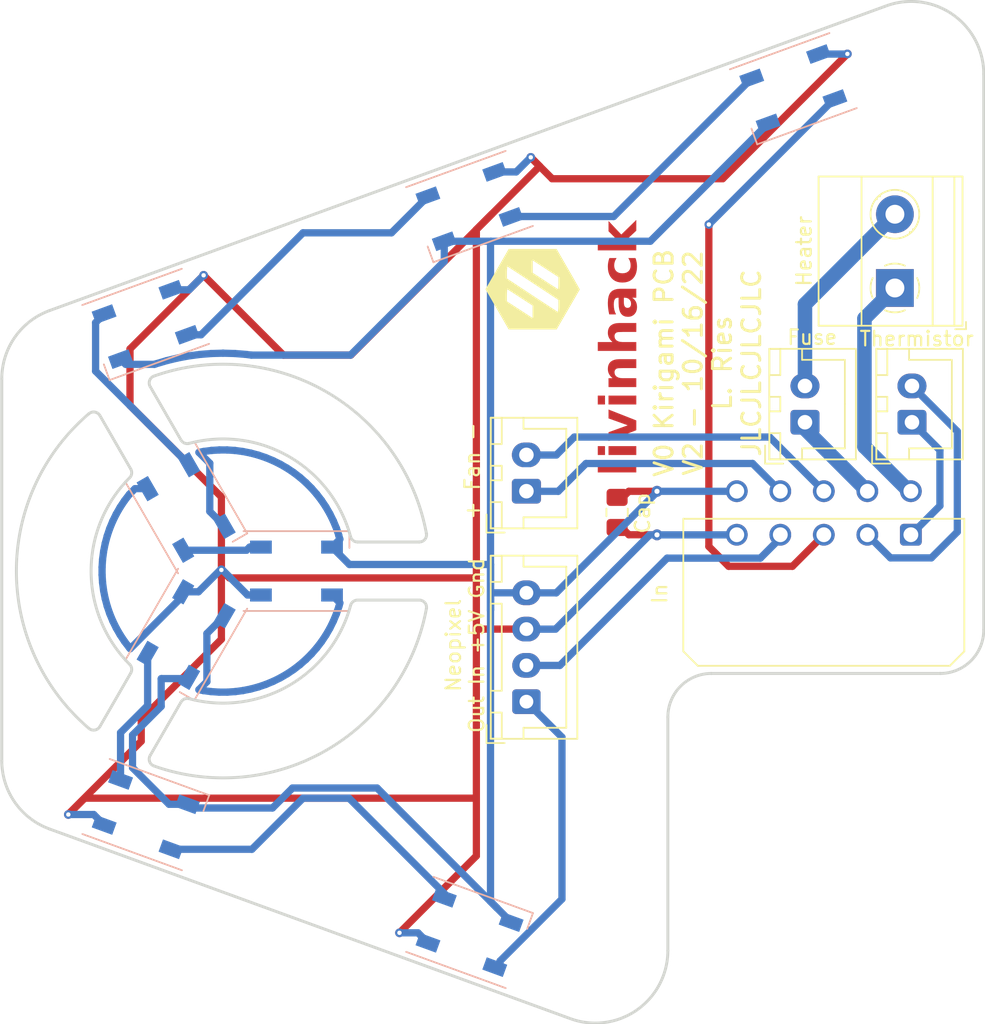
<source format=kicad_pcb>
(kicad_pcb (version 20221018) (generator pcbnew)
  (layers (0 "F.Cu" signal) (31 "B.Cu" signal) (34 "B.Paste" user) (35 "F.Paste" user) (36 "B.SilkS" user "B.Silkscreen") (37 "F.SilkS" user "F.Silkscreen") (38 "B.Mask" user) (39 "F.Mask" user) (44 "Edge.Cuts" user))
  (net 0 "")
  (net 1 "/Thermistor-Pad1")
  (net 2 "/Heater-Pad1")
  (net 3 "/Fuse")
  (net 4 "/Fan-")
  (net 5 "/Fan+")
  (net 6 "/NeopixelGND")
  (net 7 "/DataIn")
  (net 8 "/DataOut")
  (net 9 "/Neopixel5v")
  (net 10 "/Thermistor-Pad2")
  (net 11 "/Heater-Pad2")
  (net 12 "Net-(D1-DOUT)")
  (net 13 "Net-(D2-DOUT)")
  (net 14 "Net-(D3-DOUT)")
  (net 15 "Net-(D6-DOUT)")
  (net 16 "Net-(D7-DOUT)")
  (net 17 "Net-(D8-DOUT)")
  (net 18 "Net-(D4-DOUT)")
  (net 19 "Net-(D5-DOUT)")
  (footprint "MountingHole:MountingHole_3.2mm_M3" (layer "F.Cu") (at 168.69 52.6)
    (fp_text reference "H7" hide)
    (fp_text value "MountingHole_3.2mm_M3" hide)
    (pad "" np_thru_hole circle (at 0 0) (size 3.2 3.2) (drill 3.2) (layers "*.Cu" "*.Mask"))
  )
  (footprint "MountingHole:MountingHole_3.2mm_M3" (layer "F.Cu") (at 227.88 30.31)
    (fp_text reference "H4" hide)
    (fp_text value "MountingHole_3.2mm_M3" hide)
    (pad "" np_thru_hole circle (at 0 0) (size 3.2 3.2) (drill 3.2) (layers "*.Cu" "*.Mask"))
  )
  (footprint "Connector_JST:JST_XH_B2B-XH-A_1x02_P2.50mm_Vertical" (layer "F.Cu") (at 201.5 59 90)
    (fp_text reference "J5" hide)
    (fp_text value "Fan" hide)
    (pad "1" thru_hole roundrect (at 0 0 90) (size 1.7 2) (drill 1) (layers "*.Cu" "*.Mask") (roundrect_rratio 0.1470588235) (net 5 "/Fan+"))
    (pad "2" thru_hole oval (at 2.5 0 90) (size 1.7 2) (drill 1) (layers "*.Cu" "*.Mask") (net 4 "/Fan-"))
  )
  (footprint "Connector_JST:JST_XH_B2B-XH-A_1x02_P2.50mm_Vertical" (layer "F.Cu") (at 220.7 54.25 90)
    (fp_text reference "J4" hide)
    (fp_text value "Fuse" hide)
    (pad "1" thru_hole roundrect (at 0 0 90) (size 1.7 2) (drill 1) (layers "*.Cu" "*.Mask") (roundrect_rratio 0.1470588235) (net 3 "/Fuse"))
    (pad "2" thru_hole oval (at 2.5 0 90) (size 1.7 2) (drill 1) (layers "*.Cu" "*.Mask") (net 11 "/Heater-Pad2"))
  )
  (footprint "Connector_JST:JST_XH_B4B-XH-A_1x04_P2.50mm_Vertical" (layer "F.Cu") (at 201.5 73.5 90)
    (fp_text reference "J6" hide)
    (fp_text value "Neopixel" hide)
    (pad "1" thru_hole roundrect (at 0 0 90) (size 1.7 1.95) (drill 0.95) (layers "*.Cu" "*.Mask") (roundrect_rratio 0.1470588235) (net 8 "/DataOut"))
    (pad "2" thru_hole oval (at 2.5 0 90) (size 1.7 1.95) (drill 0.95) (layers "*.Cu" "*.Mask") (net 7 "/DataIn"))
    (pad "3" thru_hole oval (at 5 0 90) (size 1.7 1.95) (drill 0.95) (layers "*.Cu" "*.Mask") (net 9 "/Neopixel5v"))
    (pad "4" thru_hole oval (at 7.5 0 90) (size 1.7 1.95) (drill 0.95) (layers "*.Cu" "*.Mask") (net 6 "/NeopixelGND"))
  )
  (footprint "Connector_JST:JST_XH_B2B-XH-A_1x02_P2.50mm_Vertical" (layer "F.Cu") (at 228.075 54.25 90)
    (fp_text reference "J2" hide)
    (fp_text value "Thermistor" hide)
    (pad "1" thru_hole roundrect (at 0 0 90) (size 1.7 2) (drill 1) (layers "*.Cu" "*.Mask") (roundrect_rratio 0.1470588235) (net 1 "/Thermistor-Pad1"))
    (pad "2" thru_hole oval (at 2.5 0 90) (size 1.7 2) (drill 1) (layers "*.Cu" "*.Mask") (net 10 "/Thermistor-Pad2"))
  )
  (footprint "MountingHole:MountingHole_3.2mm_M3" (layer "F.Cu") (at 187.72 83.9)
    (fp_text reference "H1" hide)
    (fp_text value "MountingHole_3.2mm_M3" hide)
    (pad "" np_thru_hole circle (at 0 0) (size 3.2 3.2) (drill 3.2) (layers "*.Cu" "*.Mask"))
  )
  (footprint "MountingHole:MountingHole_3.2mm_M3" (layer "F.Cu") (at 192.49 76.4)
    (fp_text reference "H6" hide)
    (fp_text value "MountingHole_3.2mm_M3" hide)
    (pad "" np_thru_hole circle (at 0 0) (size 3.2 3.2) (drill 3.2) (layers "*.Cu" "*.Mask"))
  )
  (footprint "KiriPCB:METZ CONNECT USA Inc. - TERM BLK 2P SIDE ENT 5.08MM PCB" (layer "F.Cu") (at 226.9 45 90)
    (fp_text reference "J3" hide)
    (fp_text value "Heater" hide)
    (pad "1" thru_hole rect (at 0 0 90) (size 2.6 2.6) (drill 1.3) (layers "*.Cu" "*.Mask") (net 2 "/Heater-Pad1"))
    (pad "2" thru_hole circle (at 5.08 0 90) (size 2.6 2.6) (drill 1.3) (layers "*.Cu" "*.Mask") (net 11 "/Heater-Pad2"))
  )
  (footprint "Capacitor_SMD:C_0805_2012Metric_Pad1.18x1.45mm_HandSolder" (layer "F.Cu") (at 207.75 60.4625 90)
    (fp_text reference "C1" hide)
    (fp_text value "Cap" hide)
    (pad "1" smd roundrect (at -1.0375 0 90) (size 1.175 1.45) (layers "F.Cu" "F.Paste" "F.Mask") (roundrect_rratio 0.2127659574) (net 9 "/Neopixel5v"))
    (pad "2" smd roundrect (at 1.0375 0 90) (size 1.175 1.45) (layers "F.Cu" "F.Paste" "F.Mask") (roundrect_rratio 0.2127659574) (net 6 "/NeopixelGND"))
  )
  (footprint "MountingHole:MountingHole_3.2mm_M3" (layer "F.Cu") (at 187.71 44.92)
    (fp_text reference "H3" hide)
    (fp_text value "MountingHole_3.2mm_M3" hide)
    (pad "" np_thru_hole circle (at 0 0) (size 3.2 3.2) (drill 3.2) (layers "F&B.Cu" "*.Mask"))
  )
  (footprint "MountingHole:MountingHole_3.2mm_M3" (layer "F.Cu") (at 192.49 52.6)
    (fp_text reference "H8" hide)
    (fp_text value "MountingHole_3.2mm_M3" hide)
    (pad "" np_thru_hole circle (at 0 0) (size 3.2 3.2) (drill 3.2) (layers "*.Cu" "*.Mask"))
  )
  (footprint "MountingHole:MountingHole_3.2mm_M3" (layer "F.Cu") (at 168.69 76.4)
    (fp_text reference "H5" hide)
    (fp_text value "MountingHole_3.2mm_M3" hide)
    (pad "" np_thru_hole circle (at 0 0) (size 3.2 3.2) (drill 3.2) (layers "*.Cu" "*.Mask"))
  )
  (footprint "MountingHole:MountingHole_3.2mm_M3" (layer "F.Cu") (at 206.25 90.64)
    (fp_text reference "H2" hide)
    (fp_text value "MountingHole_3.2mm_M3" hide)
    (pad "" np_thru_hole circle (at 0 0) (size 3.2 3.2) (drill 3.2) (layers "*.Cu" "*.Mask"))
  )
  (footprint "KiriPCB:Molex_Micro-Fit_3.0_43045-1000_2x05_P3.00mm_Horizontal" (layer "F.Cu") (at 228 62 180)
    (fp_text reference "J1" hide)
    (fp_text value "In" hide)
    (pad "" np_thru_hole circle (at 2.16 -4.32 180) (size 3 3) (drill 3) (layers "*.Cu" "*.Mask"))
    (pad "" np_thru_hole circle (at 9.86 -4.32 180) (size 3 3) (drill 3) (layers "*.Cu" "*.Mask"))
    (pad "1" thru_hole roundrect (at 0 0 180) (size 1.5 1.5) (drill 1.02) (layers "*.Cu" "*.Mask") (roundrect_rratio 0.1666673333) (net 1 "/Thermistor-Pad1"))
    (pad "2" thru_hole circle (at 3 0 180) (size 1.5 1.5) (drill 1.02) (layers "*.Cu" "*.Mask") (net 10 "/Thermistor-Pad2"))
    (pad "3" thru_hole circle (at 6 0 180) (size 1.5 1.5) (drill 1.02) (layers "*.Cu" "*.Mask") (net 17 "Net-(D8-DOUT)"))
    (pad "4" thru_hole circle (at 9 0 180) (size 1.5 1.5) (drill 1.02) (layers "*.Cu" "*.Mask") (net 7 "/DataIn"))
    (pad "5" thru_hole circle (at 12 0 180) (size 1.5 1.5) (drill 1.02) (layers "*.Cu" "*.Mask") (net 9 "/Neopixel5v"))
    (pad "6" thru_hole circle (at 0 3 180) (size 1.5 1.5) (drill 1.02) (layers "*.Cu" "*.Mask") (net 2 "/Heater-Pad1"))
    (pad "7" thru_hole circle (at 3 3 180) (size 1.5 1.5) (drill 1.02) (layers "*.Cu" "*.Mask") (net 3 "/Fuse"))
    (pad "8" thru_hole circle (at 6 3 180) (size 1.5 1.5) (drill 1.02) (layers "*.Cu" "*.Mask") (net 4 "/Fan-"))
    (pad "9" thru_hole circle (at 9 3 180) (size 1.5 1.5) (drill 1.02) (layers "*.Cu" "*.Mask") (net 5 "/Fan+"))
    (pad "10" thru_hole circle (at 12 3 180) (size 1.5 1.5) (drill 1.02) (layers "*.Cu" "*.Mask") (net 6 "/NeopixelGND"))
  )
  (footprint "TRA_KiCad_Footprints:VoronLogo_6pt5mm_silkScreen" (layer "F.Cu") (at 201.93 45.085 90)
    (fp_text reference "G***" hide)
    (fp_text value "LOGO" hide)
  )
  (footprint "LED_SMD:LED_WS2812B_PLCC4_5.0x5.0mm_P3.2mm" (layer "B.Cu") (at 175.256197 47.512203 -160)
    (fp_text reference "D6" hide)
    (fp_text value "WS2812B" hide)
    (pad "1" smd rect (at -2.45 1.65 200) (size 1.5 0.9) (layers "B.Cu" "B.Paste" "B.Mask") (net 9 "/Neopixel5v"))
    (pad "2" smd rect (at -2.45 -1.65 200) (size 1.5 0.9) (layers "B.Cu" "B.Paste" "B.Mask") (net 15 "Net-(D6-DOUT)"))
    (pad "3" smd rect (at 2.45 -1.65 200) (size 1.5 0.9) (layers "B.Cu" "B.Paste" "B.Mask") (net 6 "/NeopixelGND"))
    (pad "4" smd rect (at 2.45 1.65 200) (size 1.5 0.9) (layers "B.Cu" "B.Paste" "B.Mask") (net 19 "Net-(D5-DOUT)"))
  )
  (footprint "LED_SMD:LED_WS2812B_PLCC4_5.0x5.0mm_P3.2mm" (layer "B.Cu") (at 219.896197 31.272203 -160)
    (fp_text reference "D8" hide)
    (fp_text value "WS2812B" hide)
    (pad "1" smd rect (at -2.45 1.65 200) (size 1.5 0.9) (layers "B.Cu" "B.Paste" "B.Mask") (net 9 "/Neopixel5v"))
    (pad "2" smd rect (at -2.45 -1.65 200) (size 1.5 0.9) (layers "B.Cu" "B.Paste" "B.Mask") (net 17 "Net-(D8-DOUT)"))
    (pad "3" smd rect (at 2.45 -1.65 200) (size 1.5 0.9) (layers "B.Cu" "B.Paste" "B.Mask") (net 6 "/NeopixelGND"))
    (pad "4" smd rect (at 2.45 1.65 200) (size 1.5 0.9) (layers "B.Cu" "B.Paste" "B.Mask") (net 16 "Net-(D7-DOUT)"))
  )
  (footprint "LED_SMD:LED_WS2812B_PLCC4_5.0x5.0mm_P3.2mm" (layer "B.Cu") (at 178.046058 68.878238 -120)
    (fp_text reference "D3" hide)
    (fp_text value "WS2812B" hide)
    (pad "1" smd rect (at -2.45 1.65 240) (size 1.5 0.9) (layers "B.Cu" "B.Paste" "B.Mask") (net 9 "/Neopixel5v"))
    (pad "2" smd rect (at -2.45 -1.65 240) (size 1.5 0.9) (layers "B.Cu" "B.Paste" "B.Mask") (net 14 "Net-(D3-DOUT)"))
    (pad "3" smd rect (at 2.45 -1.65 240) (size 1.5 0.9) (layers "B.Cu" "B.Paste" "B.Mask") (net 6 "/NeopixelGND"))
    (pad "4" smd rect (at 2.45 1.65 240) (size 1.5 0.9) (layers "B.Cu" "B.Paste" "B.Mask") (net 13 "Net-(D2-DOUT)"))
  )
  (footprint "LED_SMD:LED_WS2812B_PLCC4_5.0x5.0mm_P3.2mm" (layer "B.Cu") (at 185.65 64.50234)
    (fp_text reference "D4" hide)
    (fp_text value "WS2812B" hide)
    (pad "1" smd rect (at -2.45 1.65) (size 1.5 0.9) (layers "B.Cu" "B.Paste" "B.Mask") (net 9 "/Neopixel5v"))
    (pad "2" smd rect (at -2.45 -1.65) (size 1.5 0.9) (layers "B.Cu" "B.Paste" "B.Mask") (net 18 "Net-(D4-DOUT)"))
    (pad "3" smd rect (at 2.45 -1.65) (size 1.5 0.9) (layers "B.Cu" "B.Paste" "B.Mask") (net 6 "/NeopixelGND"))
    (pad "4" smd rect (at 2.45 1.65) (size 1.5 0.9) (layers "B.Cu" "B.Paste" "B.Mask") (net 14 "Net-(D3-DOUT)"))
  )
  (footprint "LED_SMD:LED_WS2812B_PLCC4_5.0x5.0mm_P3.2mm" (layer "B.Cu") (at 178.046058 60.121762 -60)
    (fp_text reference "D5" hide)
    (fp_text value "WS2812B" hide)
    (pad "1" smd rect (at -2.45 1.65 300) (size 1.5 0.9) (layers "B.Cu" "B.Paste" "B.Mask") (net 9 "/Neopixel5v"))
    (pad "2" smd rect (at -2.45 -1.65 300) (size 1.5 0.9) (layers "B.Cu" "B.Paste" "B.Mask") (net 19 "Net-(D5-DOUT)"))
    (pad "3" smd rect (at 2.45 -1.65 300) (size 1.5 0.9) (layers "B.Cu" "B.Paste" "B.Mask") (net 6 "/NeopixelGND"))
    (pad "4" smd rect (at 2.45 1.65 300) (size 1.5 0.9) (layers "B.Cu" "B.Paste" "B.Mask") (net 18 "Net-(D4-DOUT)"))
  )
  (footprint "LED_SMD:LED_WS2812B_PLCC4_5.0x5.0mm_P3.2mm" (layer "B.Cu") (at 175.263803 81.282203 -20)
    (fp_text reference "D2" hide)
    (fp_text value "WS2812B" hide)
    (pad "1" smd rect (at -2.45 1.65 340) (size 1.5 0.9) (layers "B.Cu" "B.Paste" "B.Mask") (net 9 "/Neopixel5v"))
    (pad "2" smd rect (at -2.45 -1.65 340) (size 1.5 0.9) (layers "B.Cu" "B.Paste" "B.Mask") (net 13 "Net-(D2-DOUT)"))
    (pad "3" smd rect (at 2.45 -1.65 340) (size 1.5 0.9) (layers "B.Cu" "B.Paste" "B.Mask") (net 6 "/NeopixelGND"))
    (pad "4" smd rect (at 2.45 1.65 340) (size 1.5 0.9) (layers "B.Cu" "B.Paste" "B.Mask") (net 12 "Net-(D1-DOUT)"))
  )
  (footprint "LED_SMD:LED_WS2812B_PLCC4_5.0x5.0mm_P3.2mm" (layer "B.Cu") (at 197.576197 39.392203 -160)
    (fp_text reference "D7" hide)
    (fp_text value "WS2812B" hide)
    (pad "1" smd rect (at -2.45 1.65 200) (size 1.5 0.9) (layers "B.Cu" "B.Paste" "B.Mask") (net 9 "/Neopixel5v"))
    (pad "2" smd rect (at -2.45 -1.65 200) (size 1.5 0.9) (layers "B.Cu" "B.Paste" "B.Mask") (net 16 "Net-(D7-DOUT)"))
    (pad "3" smd rect (at 2.45 -1.65 200) (size 1.5 0.9) (layers "B.Cu" "B.Paste" "B.Mask") (net 6 "/NeopixelGND"))
    (pad "4" smd rect (at 2.45 1.65 200) (size 1.5 0.9) (layers "B.Cu" "B.Paste" "B.Mask") (net 15 "Net-(D6-DOUT)"))
  )
  (footprint "LED_SMD:LED_WS2812B_PLCC4_5.0x5.0mm_P3.2mm" (layer "B.Cu") (at 197.580471 89.401785 -20)
    (fp_text reference "D1" hide)
    (fp_text value "WS2812B" hide)
    (pad "1" smd rect (at -2.45 1.65 340) (size 1.5 0.9) (layers "B.Cu" "B.Paste" "B.Mask") (net 9 "/Neopixel5v"))
    (pad "2" smd rect (at -2.45 -1.65 340) (size 1.5 0.9) (layers "B.Cu" "B.Paste" "B.Mask") (net 12 "Net-(D1-DOUT)"))
    (pad "3" smd rect (at 2.45 -1.65 340) (size 1.5 0.9) (layers "B.Cu" "B.Paste" "B.Mask") (net 6 "/NeopixelGND"))
    (pad "4" smd rect (at 2.45 1.65 340) (size 1.5 0.9) (layers "B.Cu" "B.Paste" "B.Mask") (net 8 "/DataOut"))
  )
  (gr_arc (start 172.101012 75.210523) (mid 171.752778 75.453283) (end 171.343436 75.340863) (stroke (width 0.2)) (layer "Edge.Cuts"))
  (gr_arc (start 189.379488 66.870943) (mid 185.143472 72.381983) (end 178.252763 73.294961) (stroke (width 0.2)) (layer "Edge.Cuts"))
  (gr_arc (start 211.25 90.643704) (mid 209.117882 94.739463) (end 204.539899 95.342167) (stroke (width 0.2)) (layer "Edge.Cuts"))
  (gr_arc (start 189.379488 66.870943) (mid 189.558183 66.604222) (end 189.862236 66.501151) (stroke (width 0.2)) (layer "Edge.Cuts"))
  (gr_arc (start 178.252763 55.707342) (mid 185.143471 56.620321) (end 189.379488 62.13136) (stroke (width 0.2)) (layer "Edge.Cuts"))
  (gr_line (start 175.565113 77.210523) (end 177.69114 73.528137) (stroke (width 0.2)) (layer "Edge.Cuts"))
  (gr_arc (start 174.148163 70.925169) (mid 171.493471 64.501151) (end 174.148163 58.077134) (stroke (width 0.2)) (layer "Edge.Cuts"))
  (gr_arc (start 194.605954 67.09206) (mid 187.718471 76.842013) (end 175.831023 77.931773) (stroke (width 0.2)) (layer "Edge.Cuts"))
  (gr_line (start 204.539899 95.342167) (end 168.628944 82.271648) (stroke (width 0.2)) (layer "Edge.Cuts"))
  (gr_arc (start 177.69114 73.528137) (mid 177.932429 73.316356) (end 178.252763 73.294961) (stroke (width 0.2)) (layer "Edge.Cuts"))
  (gr_line (start 165.339045 77.573185) (end 165.339045 51.255714) (stroke (width 0.2)) (layer "Edge.Cuts"))
  (gr_line (start 230.023094 71.556634) (end 214.25 71.556634) (stroke (width 0.2)) (layer "Edge.Cuts"))
  (gr_line (start 194.114288 62.501151) (end 189.862236 62.501151) (stroke (width 0.2)) (layer "Edge.Cuts"))
  (gr_line (start 172.101012 53.79178) (end 174.227038 57.474166) (stroke (width 0.2)) (layer "Edge.Cuts"))
  (gr_line (start 211.25 74.556634) (end 211.25 90.643704) (stroke (width 0.2)) (layer "Edge.Cuts"))
  (gr_arc (start 211.25 74.556634) (mid 212.12868 72.435314) (end 214.25 71.556634) (stroke (width 0.2)) (layer "Edge.Cuts"))
  (gr_arc (start 168.628944 82.271648) (mid 166.243285 80.441067) (end 165.339045 77.573185) (stroke (width 0.2)) (layer "Edge.Cuts"))
  (gr_line (start 177.69114 55.474166) (end 175.565113 51.79178) (stroke (width 0.2)) (layer "Edge.Cuts"))
  (gr_arc (start 165.339045 51.255714) (mid 166.243285 48.387832) (end 168.628944 46.557251) (stroke (width 0.2)) (layer "Edge.Cuts"))
  (gr_line (start 233.023072 30.260446) (end 233.023072 68.545106) (stroke (width 0.2)) (layer "Edge.Cuts"))
  (gr_arc (start 171.343436 53.661439) (mid 171.752778 53.54902) (end 172.101012 53.79178) (stroke (width 0.2)) (layer "Edge.Cuts"))
  (gr_line (start 174.227038 71.528137) (end 172.101012 75.210523) (stroke (width 0.2)) (layer "Edge.Cuts"))
  (gr_arc (start 194.605954 61.910242) (mid 194.498641 62.320952) (end 194.114288 62.501151) (stroke (width 0.2)) (layer "Edge.Cuts"))
  (gr_arc (start 175.831023 77.931773) (mid 175.528994 77.633482) (end 175.565113 77.210523) (stroke (width 0.2)) (layer "Edge.Cuts"))
  (gr_arc (start 174.148163 70.925169) (mid 174.289801 71.213284) (end 174.227038 71.528137) (stroke (width 0.2)) (layer "Edge.Cuts"))
  (gr_line (start 168.628944 46.557251) (end 226.312971 25.561983) (stroke (width 0.2)) (layer "Edge.Cuts"))
  (gr_arc (start 226.312971 25.561983) (mid 230.890954 26.164686) (end 233.023072 30.260446) (stroke (width 0.2)) (layer "Edge.Cuts"))
  (gr_line (start 189.862236 66.501151) (end 194.114288 66.501151) (stroke (width 0.2)) (layer "Edge.Cuts"))
  (gr_arc (start 175.831023 51.07053) (mid 187.718471 52.160289) (end 194.605954 61.910242) (stroke (width 0.2)) (layer "Edge.Cuts"))
  (gr_arc (start 175.565113 51.79178) (mid 175.528994 51.368821) (end 175.831023 51.07053) (stroke (width 0.2)) (layer "Edge.Cuts"))
  (gr_arc (start 171.343436 75.340863) (mid 166.343471 64.501151) (end 171.343436 53.661439) (stroke (width 0.2)) (layer "Edge.Cuts"))
  (gr_arc (start 233.023072 68.545106) (mid 232.148486 70.673875) (end 230.023094 71.556634) (stroke (width 0.2)) (layer "Edge.Cuts"))
  (gr_arc (start 178.252763 55.707342) (mid 177.932429 55.685947) (end 177.69114 55.474166) (stroke (width 0.2)) (layer "Edge.Cuts"))
  (gr_arc (start 194.114288 66.501151) (mid 194.498641 66.68135) (end 194.605954 67.09206) (stroke (width 0.2)) (layer "Edge.Cuts"))
  (gr_arc (start 189.862236 62.501151) (mid 189.558183 62.39808) (end 189.379488 62.13136) (stroke (width 0.2)) (layer "Edge.Cuts"))
  (gr_arc (start 174.227038 57.474166) (mid 174.289801 57.789019) (end 174.148163 58.077134) (stroke (width 0.2)) (layer "Edge.Cuts"))
  (gr_text "livinhack" (at 209.5 58 90) (layer "F.Cu") (effects (font (size 2.5 2.5) (thickness 0.3) bold) (justify left bottom)))
  (gr_text "V0 Kirigami PCB\nV2 - 10/16/22\nL. Ries\nJLCJLCJLCJLC" (at 213.995 50.165 90) (layer "F.SilkS") (effects (font (size 1.25 1.25) (thickness 0.2))))
  (gr_text "Heater" (at 220.64 42.46 90) (layer "F.SilkS") (effects (font (size 1 1))))
  (gr_text "+ Fan -" (at 197.77 57.61 90) (layer "F.SilkS") (effects (font (size 1 1))))
  (gr_text "Cap" (at 209.51 60.52 90) (layer "F.SilkS") (effects (font (size 1 1))))
  (gr_text "Thermistor" (at 228.4 48.5) (layer "F.SilkS") (effects (font (size 1 1))))
  (gr_text "Fuse" (at 221.2 48.4) (layer "F.SilkS") (effects (font (size 1 1))))
  (gr_text "In\n" (at 210.69 66.06 90) (layer "F.SilkS") (effects (font (size 1 1))))
  (gr_text "Neopixel\nOut In +5V Gnd" (at 197.27 69.62 90) (layer "F.SilkS") (effects (font (size 1 1))))
  (segment (start 230.0011 60.0086) (end 230.0011 56.1761) (width 0.5) (layer "B.Cu") (net 1))
  (segment (start 228.0011 62.0086) (end 230.0011 60.0086) (width 0.5) (layer "B.Cu") (net 1))
  (segment (start 230.0011 56.1761) (end 228.075 54.25) (width 0.5) (layer "B.Cu") (net 1))
  (segment (start 227.876356 59.0086) (end 224.8 55.932244) (width 1) (layer "B.Cu") (net 2))
  (segment (start 224.8 47.1) (end 226.9 45) (width 1) (layer "B.Cu") (net 2))
  (segment (start 224.8 55.932244) (end 224.8 47.1) (width 1) (layer "B.Cu") (net 2))
  (segment (start 224.9986 59.0086) (end 220.7 54.71) (width 1) (layer "B.Cu") (net 3))
  (segment (start 220.7 54.71) (end 220.7 54.25) (width 1) (layer "B.Cu") (net 3))
  (segment (start 218.2625 55.27) (end 222.0011 59.0086) (width 0.5) (layer "B.Cu") (net 4))
  (segment (start 203.5614 56.5086) (end 204.8 55.27) (width 0.5) (layer "B.Cu") (net 4))
  (segment (start 204.8 55.27) (end 218.2625 55.27) (width 0.5) (layer "B.Cu") (net 4))
  (segment (start 201.5061 56.5086) (end 203.5614 56.5086) (width 0.5) (layer "B.Cu") (net 4))
  (segment (start 203.6914 59.0086) (end 205.6088 57.0912) (width 0.5) (layer "B.Cu") (net 5))
  (segment (start 217.088212 57.0912) (end 219.0011 59.004088) (width 0.5) (layer "B.Cu") (net 5))
  (segment (start 205.6088 57.0912) (end 217.088212 57.0912) (width 0.5) (layer "B.Cu") (net 5))
  (segment (start 201.5061 59.0086) (end 203.6914 59.0086) (width 0.5) (layer "B.Cu") (net 5))
  (segment (start 208.5561 59.0086) (end 208.0011 59.5636) (width 0.5) (layer "F.Cu") (net 6))
  (segment (start 210.5011 59.0086) (end 208.5561 59.0086) (width 0.5) (layer "F.Cu") (net 6))
  (via (at 210.5011 59.0086) (size 0.7564) (drill 0.35) (layers "F.Cu" "B.Cu") (net 6))
  (segment (start 182.493948 56.373336) (end 181.95941 56.266628) (width 0.5) (layer "B.Cu") (net 6))
  (segment (start 182.159129 49.5753) (end 182.537203 49.625) (width 0.5) (layer "B.Cu") (net 6))
  (segment (start 179.803789 49.5142) (end 180.589607 49.49341) (width 0.5) (layer "B.Cu") (net 6))
  (segment (start 176.86966 80.56966) (end 174.35 78.05) (width 0.5) (layer "B.Cu") (net 6))
  (segment (start 199.025 87.267191) (end 199.466404 87.708596) (width 0.5) (layer "B.Cu") (net 6))
  (segment (start 199.025 67.175) (end 199.025 87.267191) (width 0.5) (layer "B.Cu") (net 6))
  (segment (start 185.886594 58.046973) (end 185.454063 57.715272) (width 0.5) (layer "B.Cu") (net 6))
  (segment (start 188.192027 61.046309) (end 187.950336 60.557745) (width 0.5) (layer "B.Cu") (net 6))
  (segment (start 184.039955 56.898843) (end 183.536432 56.690115) (width 0.5) (layer "B.Cu") (net 6))
  (segment (start 187.374023 59.633099) (end 187.041844 59.20094) (width 0.5) (layer "B.Cu") (net 6))
  (segment (start 210.5011 59.0589) (end 203.5564 66.0036) (width 0.5) (layer "B.Cu") (net 6))
  (segment (start 179.020133 49.576108) (end 179.803789 49.5142) (width 0.5) (layer "B.Cu") (net 6))
  (segment (start 188.644106 62.308234) (end 188.566109 62.052377) (width 0.5) (layer "B.Cu") (net 6))
  (segment (start 189.375 49.625) (end 195.838283 43.161717) (width 0.5) (layer "B.Cu") (net 6))
  (segment (start 203.5564 66.0036) (end 201.5011 66.0036) (width 0.5) (layer "B.Cu") (net 6))
  (segment (start 187.950336 60.557745) (end 187.677276 60.085997) (width 0.5) (layer "B.Cu") (net 6))
  (segment (start 176.325 73.825) (end 176.325 71.925) (width 0.5) (layer "B.Cu") (net 6))
  (segment (start 186.296532 58.406176) (end 185.886594 58.046973) (width 0.5) (layer "B.Cu") (net 6))
  (segment (start 178.130383 80.56966) (end 176.86966 80.56966) (width 0.5) (layer "B.Cu") (net 6))
  (segment (start 178.385723 80.825) (end 184 80.825) (width 0.5) (layer "B.Cu") (net 6))
  (segment (start 188.1 62.85234) (end 188.644106 62.308234) (width 0.5) (layer "B.Cu") (net 6))
  (segment (start 186.682175 58.79139) (end 186.296532 58.406176) (width 0.5) (layer "B.Cu") (net 6))
  (segment (start 191.207808 79.45) (end 199.466404 87.708596) (width 0.5) (layer "B.Cu") (net 6))
  (segment (start 187.041844 59.20094) (end 186.682175 58.79139) (width 0.5) (layer "B.Cu") (net 6))
  (segment (start 183.536432 56.690115) (end 183.020359 56.514696) (width 0.5) (layer "B.Cu") (net 6))
  (segment (start 179.675 57.074374) (end 179.675 60.393524) (width 0.5) (layer "B.Cu") (net 6))
  (segment (start 187.677276 60.085997) (end 187.374023 59.633099) (width 0.5) (layer "B.Cu") (net 6))
  (segment (start 182.537203 49.625) (end 189.375 49.625) (width 0.5) (layer "B.Cu") (net 6))
  (segment (start 178.927135 56.326509) (end 179.675 57.074374) (width 0.5) (layer "B.Cu") (net 6))
  (segment (start 179.675 60.393524) (end 180.7 61.418524) (width 0.5) (layer "B.Cu") (net 6))
  (segment (start 181.375456 49.513796) (end 182.159129 49.5753) (width 0.5) (layer "B.Cu") (net 6))
  (segment (start 199.05 41.780645) (end 210.038283 41.780645) (width 0.5) (layer "B.Cu") (net 6))
  (segment (start 173.518283 49.900645) (end 173.878271 50.260633) (width 0.5) (layer "B.Cu") (net 6))
  (segment (start 188.57021 62.044678) (end 188.401308 61.549586) (width 0.5) (layer "B.Cu") (net 6))
  (segment (start 199.025 41.805645) (end 199.05 41.780645) (width 0.5) (layer "B.Cu") (net 6))
  (segment (start 210.5011 59.0086) (end 210.5011 59.0589) (width 0.5) (layer "B.Cu") (net 6))
  (segment (start 178.240773 49.678967) (end 179.020133 49.576108) (width 0.5) (layer "B.Cu") (net 6))
  (segment (start 184 80.825) (end 185.375 79.45) (width 0.5) (layer "B.Cu") (net 6))
  (segment (start 184.528764 57.139978) (end 184.039955 56.898843) (width 0.5) (layer "B.Cu") (net 6))
  (segment (start 173.878271 50.260633) (end 175.861669 50.260633) (width 0.5) (layer "B.Cu") (net 6))
  (segment (start 175.95227 50.229162) (end 176.703587 50.006286) (width 0.5) (layer "B.Cu") (net 6))
  (segment (start 185.375 79.45) (end 191.207808 79.45) (width 0.5) (layer "B.Cu") (net 6))
  (segment (start 180.330141 56.158267) (end 179.786207 56.193242) (width 0.5) (layer "B.Cu") (net 6))
  (segment (start 199.466404 87.708596) (end 200.447051 88.689242) (width 0.5) (layer "B.Cu") (net 6))
  (segment (start 179.786207 56.193242) (end 179.245702 56.263644) (width 0.5) (layer "B.Cu") (net 6))
  (segment (start 183.020359 56.514696) (end 182.493948 56.373336) (width 0.5) (layer "B.Cu") (net 6))
  (segment (start 181.419091 56.19504) (end 180.875216 56.158867) (width 0.5) (layer "B.Cu") (net 6))
  (segment (start 189.29766 64.05) (end 188.1 62.85234) (width 0.5) (layer "B.Cu") (net 6))
  (segment (start 195.838283 41.780645) (end 199.05 41.780645) (width 0.5) (layer "B.Cu") (net 6))
  (segment (start 185.454063 57.715272) (end 185.000811 57.412512) (width 0.5) (layer "B.Cu") (net 6))
  (segment (start 201.5 66) (end 199.025 66) (width 0.5) (layer "B.Cu") (net 6))
  (segment (start 178.130383 80.56966) (end 178.385723 80.825) (width 0.5) (layer "B.Cu") (net 6))
  (segment (start 195.838283 43.161717) (end 195.838283 41.780645) (width 0.5) (layer "B.Cu") (net 6))
  (segment (start 199.025 64.05) (end 189.29766 64.05) (width 0.5) (layer "B.Cu") (net 6))
  (segment (start 199.025 66) (end 199.025 67.175) (width 0.5) (layer "B.Cu") (net 6))
  (segment (start 176.703587 50.006286) (end 177.467917 49.822485) (width 0.5) (layer "B.Cu") (net 6))
  (segment (start 199.025 67.175) (end 199.025 64.05) (width 0.5) (layer "B.Cu") (net 6))
  (segment (start 176.339862 71.910138) (end 178.25 71.910138) (width 0.5) (layer "B.Cu") (net 6))
  (segment (start 188.566109 62.052377) (end 188.57021 62.044678) (width 0.5) (layer "B.Cu") (net 6))
  (segment (start 176.325 71.925) (end 176.339862 71.910138) (width 0.5) (layer "B.Cu") (net 6))
  (segment (start 175.861669 50.260633) (end 175.95227 50.229162) (width 0.5) (layer "B.Cu") (net 6))
  (segment (start 174.35 78.05) (end 174.35 75.8) (width 0.5) (layer "B.Cu") (net 6))
  (segment (start 177.467917 49.822485) (end 178.240773 49.678967) (width 0.5) (layer "B.Cu") (net 6))
  (segment (start 216.0011 59.0086) (end 210.5011 59.0086) (width 0.5) (layer "B.Cu") (net 6))
  (segment (start 181.95941 56.266628) (end 181.419091 56.19504) (width 0.5) (layer "B.Cu") (net 6))
  (segment (start 210.038283 41.780645) (end 218.158283 33.660645) (width 0.5) (layer "B.Cu") (net 6))
  (segment (start 174.35 75.8) (end 176.325 73.825) (width 0.5) (layer "B.Cu") (net 6))
  (segment (start 188.401308 61.549586) (end 188.192027 61.046309) (width 0.5) (layer "B.Cu") (net 6))
  (segment (start 179.245702 56.263644) (end 178.927135 56.326509) (width 0.5) (layer "B.Cu") (net 6))
  (segment (start 185.000811 57.412512) (end 184.528764 57.139978) (width 0.5) (layer "B.Cu") (net 6))
  (segment (start 180.589607 49.49341) (end 181.375456 49.513796) (width 0.5) (layer "B.Cu") (net 6))
  (segment (start 199.025 67.175) (end 199.025 41.805645) (width 0.5) (layer "B.Cu") (net 6))
  (segment (start 180.875216 56.158867) (end 180.330141 56.158267) (width 0.5) (layer "B.Cu") (net 6))
  (segment (start 203.8064 71.0036) (end 201.5011 71.0036) (width 0.5) (layer "B.Cu") (net 7))
  (segment (start 211.1974 63.6126) (end 203.8064 71.0036) (width 0.5) (layer "B.Cu") (net 7))
  (segment (start 219.0011 62.2336) (end 217.6221 63.6126) (width 0.5) (layer "B.Cu") (net 7))
  (segment (start 217.6221 63.6126) (end 211.1974 63.6126) (width 0.5) (layer "B.Cu") (net 7))
  (segment (start 203.95 75.95) (end 203.95 87.1) (width 0.5) (layer "B.Cu") (net 8))
  (segment (start 201.60573 73.60573) (end 203.95 75.95) (width 0.5) (layer "B.Cu") (net 8))
  (segment (start 199.684773 91.365227) (end 199.684773 91.790227) (width 0.5) (layer "B.Cu") (net 8))
  (segment (start 203.95 87.1) (end 199.684773 91.365227) (width 0.5) (layer "B.Cu") (net 8))
  (segment (start 208.5575 62) (end 208.0011 61.4436) (width 0.5) (layer "F.Cu") (net 9))
  (segment (start 210.4925 62) (end 208.5575 62) (width 0.5) (layer "F.Cu") (net 9))
  (segment (start 210.5011 62.0086) (end 210.4925 62) (width 0.5) (layer "F.Cu") (net 9))
  (segment (start 215.025 37.475) (end 223.625 28.875) (width 0.5) (layer "F.Cu") (net 9))
  (segment (start 171.05 80.15) (end 198.05 80.15) (width 0.5) (layer "F.Cu") (net 9))
  (segment (start 203.275 37.475) (end 215.025 37.475) (width 0.5) (layer "F.Cu") (net 9))
  (segment (start 198.05 64.975) (end 198.05 67.7) (width 0.5) (layer "F.Cu") (net 9))
  (segment (start 198.05 80.15) (end 198.05 67.7) (width 0.5) (layer "F.Cu") (net 9))
  (segment (start 184.75 49.625) (end 189.4 49.625) (width 0.5) (layer "F.Cu") (net 9))
  (segment (start 174.95 76.225) (end 174.95 74.725) (width 0.5) (layer "F.Cu") (net 9))
  (segment (start 179.25 44.125) (end 184.75 49.625) (width 0.5) (layer "F.Cu") (net 9))
  (segment (start 202.4125 36.6125) (end 201.8 36) (width 0.5) (layer "F.Cu") (net 9))
  (segment (start 180.475 64.425) (end 181.025 64.975) (width 0.5) (layer "F.Cu") (net 9))
  (segment (start 198.05 40.975) (end 199.125 39.9) (width 0.5) (layer "F.Cu") (net 9))
  (segment (start 169.925 81.275) (end 169.925 81.25) (width 0.5) (layer "F.Cu") (net 9))
  (segment (start 180.475 64.425) (end 180.475 59.396254) (width 0.5) (layer "F.Cu") (net 9))
  (segment (start 201.8 36) (end 203.275 37.475) (width 0.5) (layer "F.Cu") (net 9))
  (segment (start 198.05 67.7) (end 198.05 40.975) (width 0.5) (layer "F.Cu") (net 9))
  (segment (start 174.175 53.096254) (end 174.175 49.2) (width 0.5) (layer "F.Cu") (net 9))
  (segment (start 169.925 81.275) (end 171.05 80.15) (width 0.5) (layer "F.Cu") (net 9))
  (segment (start 174.175 49.2) (end 179.25 44.125) (width 0.5) (layer "F.Cu") (net 9))
  (segment (start 181.025 64.975) (end 198.05 64.975) (width 0.5) (layer "F.Cu") (net 9))
  (segment (start 180.475 69.2) (end 180.475 64.425) (width 0.5) (layer "F.Cu") (net 9))
  (segment (start 189.4 49.625) (end 202.4125 36.6125) (width 0.5) (layer "F.Cu") (net 9))
  (segment (start 180.475 59.396254) (end 174.175 53.096254) (width 0.5) (layer "F.Cu") (net 9))
  (segment (start 169.925 81.25) (end 174.95 76.225) (width 0.5) (layer "F.Cu") (net 9))
  (segment (start 198.05 68.5) (end 201.5 68.5) (width 0.5) (layer "F.Cu") (net 9))
  (segment (start 174.95 74.725) (end 180.475 69.2) (width 0.5) (layer "F.Cu") (net 9))
  (segment (start 198.05 80.15) (end 198.05 84.125) (width 0.5) (layer "F.Cu") (net 9))
  (segment (start 198.05 84.125) (end 192.75 89.425) (width 0.5) (layer "F.Cu") (net 9))
  (via (at 169.925 81.275) (size 0.6) (drill 0.3) (layers "F.Cu" "B.Cu") (net 9))
  (via (at 223.625 28.875) (size 0.6) (drill 0.3) (layers "F.Cu" "B.Cu") (net 9))
  (via (at 210.5 62.0086) (size 0.7564) (drill 0.35) (layers "F.Cu" "B.Cu") (net 9))
  (via (at 201.8 36) (size 0.6) (drill 0.3) (layers "F.Cu" "B.Cu") (net 9))
  (via (at 180.475 64.425) (size 0.6) (drill 0.3) (layers "F.Cu" "B.Cu") (net 9))
  (via (at 192.75 89.425) (size 0.6) (drill 0.3) (layers "F.Cu" "B.Cu") (net 9))
  (via (at 179.25 44.125) (size 0.6) (drill 0.3) (layers "F.Cu" "B.Cu") (net 9))
  (segment (start 180.45 64.375) (end 180.475 64.425) (width 0.5) (layer "B.Cu") (net 9))
  (segment (start 192.75 89.425) (end 194.024563 89.425) (width 0.5) (layer "B.Cu") (net 9))
  (segment (start 174.133462 59.215199) (end 173.802254 59.64807) (width 0.5) (layer "B.Cu") (net 9))
  (segment (start 180.475 64.425) (end 180.5 64.375) (width 0.5) (layer "B.Cu") (net 9))
  (segment (start 169.925 81.275) (end 171.677477 81.275) (width 0.5) (layer "B.Cu") (net 9))
  (segment (start 223.625 28.875) (end 223.616239 28.883761) (width 0.5) (layer "B.Cu") (net 9))
  (segment (start 178.251239 45.123761) (end 178.35 45.025) (width 0.5) (layer "B.Cu") (net 9))
  (segment (start 180.5 64.375) (end 182.27734 66.15234) (width 0.5) (layer "B.Cu") (net 9))
  (segment (start 200.796239 37.003761) (end 201.8 36) (width 0.5) (layer "B.Cu") (net 9))
  (segment (start 172.357455 63.144301) (end 172.286459 63.684718) (width 0.5) (layer "B.Cu") (net 9))
  (segment (start 172.250886 64.773688) (end 172.286459 65.317584) (width 0.5) (layer "B.Cu") (net 9))
  (segment (start 173.499989 60.101661) (end 173.227977 60.574001) (width 0.5) (layer "B.Cu") (net 9))
  (segment (start 172.604353 62.083092) (end 172.463573 62.60965) (width 0.5) (layer "B.Cu") (net 9))
  (segment (start 172.286459 63.684718) (end 172.250886 64.228614) (width 0.5) (layer "B.Cu") (net 9))
  (segment (start 172.463573 62.60965) (end 172.357455 63.144301) (width 0.5) (layer "B.Cu") (net 9))
  (segment (start 172.987377 67.93922) (end 173.227978 68.428301) (width 0.5) (layer "B.Cu") (net 9))
  (segment (start 174.133471 69.787113) (end 174.18987 69.85162) (width 0.5) (layer "B.Cu") (net 9))
  (segment (start 174.18987 69.85162) (end 177.842116 66.199374) (width 0.5) (layer "B.Cu") (net 9))
  (segment (start 172.604356 66.919216) (end 172.779203 67.435467) (width 0.5) (layer "B.Cu") (net 9))
  (segment (start 171.677477 81.275) (end 172.397223 81.994746) (width 0.5) (layer "B.Cu") (net 9))
  (segment (start 182.27734 66.15234) (end 183.2 66.15234) (width 0.5) (layer "B.Cu") (net 9))
  (segment (start 173.802254 59.64807) (end 173.499989 60.101661) (width 0.5) (layer "B.Cu") (net 9))
  (segment (start 178.893524 65.931476) (end 180.45 64.375) (width 0.5) (layer "B.Cu") (net 9))
  (segment (start 172.779201 61.566839) (end 172.604353 62.083092) (width 0.5) (layer "B.Cu") (net 9))
  (segment (start 176.994111 45.123761) (end 178.251239 45.123761) (width 0.5) (layer "B.Cu") (net 9))
  (segment (start 177.842116 65.931476) (end 178.893524 65.931476) (width 0.5) (layer "B.Cu") (net 9))
  (segment (start 178.35 45.025) (end 179.25 44.125) (width 0.5) (layer "B.Cu") (net 9))
  (segment (start 216.0011 62.0086) (end 210.5011 62.0086) (width 0.5) (layer "B.Cu") (net 9))
  (segment (start 173.227978 68.428301) (end 173.499996 68.900652) (width 0.5) (layer "B.Cu") (net 9))
  (segment (start 172.987376 61.063082) (end 172.779201 61.566839) (width 0.5) (layer "B.Cu") (net 9))
  (segment (start 199.314111 37.003761) (end 200.796239 37.003761) (width 0.5) (layer "B.Cu") (net 9))
  (segment (start 173.499996 68.900652) (end 173.802241 69.354211) (width 0.5) (layer "B.Cu") (net 9))
  (segment (start 172.250886 64.228614) (end 172.250886 64.773688) (width 0.5) (layer "B.Cu") (net 9))
  (segment (start 174.523661 58.825) (end 174.133462 59.215199) (width 0.5) (layer "B.Cu") (net 9))
  (segment (start 194.713891 90.114328) (end 194.024563 89.425) (width 0.5) (layer "B.Cu") (net 9))
  (segment (start 173.802241 69.354211) (end 174.133471 69.787113) (width 0.5) (layer "B.Cu") (net 9))
  (segment (start 210.0011 62.0086) (end 203.5061 68.5036) (width 0.5) (layer "B.Cu") (net 9))
  (segment (start 175.392116 58.825) (end 174.523661 58.825) (width 0.5) (layer "B.Cu") (net 9))
  (segment (start 172.779203 67.435467) (end 172.987377 67.93922) (width 0.5) (layer "B.Cu") (net 9))
  (segment (start 221.634111 28.883761) (end 223.616239 28.883761) (width 0.5) (layer "B.Cu") (net 9))
  (segment (start 172.357454 65.857998) (end 172.463573 66.392644) (width 0.5) (layer "B.Cu") (net 9))
  (segment (start 203.5061 68.5036) (end 201.5011 68.5036) (width 0.5) (layer "B.Cu") (net 9))
  (segment (start 210.5011 62.0086) (end 210.0011 62.0086) (width 0.5) (layer "B.Cu") (net 9))
  (segment (start 172.286459 65.317584) (end 172.357454 65.857998) (width 0.5) (layer "B.Cu") (net 9))
  (segment (start 173.227977 60.574001) (end 172.987376 61.063082) (width 0.5) (layer "B.Cu") (net 9))
  (segment (start 172.463573 66.392644) (end 172.604356 66.919216) (width 0.5) (layer "B.Cu") (net 9))
  (segment (start 229.4101 63.5946) (end 231.2 61.8047) (width 0.5) (layer "B.Cu") (net 10))
  (segment (start 225 62) (end 226.5946 63.5946) (width 0.5) (layer "B.Cu") (net 10))
  (segment (start 231.2 54.875) (end 228.075 51.75) (width 0.5) (layer "B.Cu") (net 10))
  (segment (start 231.2 61.8047) (end 231.2 54.875) (width 0.5) (layer "B.Cu") (net 10))
  (segment (start 226.5946 63.5946) (end 229.4101 63.5946) (width 0.5) (layer "B.Cu") (net 10))
  (segment (start 220.7 51.75) (end 220.7 46.12) (width 1) (layer "B.Cu") (net 11))
  (segment (start 220.7 46.12) (end 226.9 39.92) (width 1) (layer "B.Cu") (net 11))
  (segment (start 195.842557 87.013343) (end 195.842557 86.717557) (width 0.5) (layer "B.Cu") (net 12))
  (segment (start 182.579355 83.670645) (end 177.001717 83.670645) (width 0.5) (layer "B.Cu") (net 12))
  (segment (start 195.842557 86.717557) (end 189.275 80.15) (width 0.5) (layer "B.Cu") (net 12))
  (segment (start 189.275 80.15) (end 186.1 80.15) (width 0.5) (layer "B.Cu") (net 12))
  (segment (start 186.1 80.15) (end 182.579355 83.670645) (width 0.5) (layer "B.Cu") (net 12))
  (segment (start 173.525889 78.893761) (end 173.525 78.892872) (width 0.5) (layer "B.Cu") (net 13))
  (segment (start 173.525 75.63505) (end 175.392116 73.767934) (width 0.5) (layer "B.Cu") (net 13))
  (segment (start 173.525 78.892872) (end 173.525 75.63505) (width 0.5) (layer "B.Cu") (net 13))
  (segment (start 175.392116 73.767934) (end 175.392116 70.175) (width 0.5) (layer "B.Cu") (net 13))
  (segment (start 188.401243 67.452707) (end 188.578227 66.933915) (width 0.5) (layer "B.Cu") (net 14))
  (segment (start 179.475 68.806476) (end 179.475 72.125626) (width 0.5) (layer "B.Cu") (net 14))
  (segment (start 181.419063 72.807256) (end 181.95941 72.735664) (width 0.5) (layer "B.Cu") (net 14))
  (segment (start 188.6443 66.69664) (end 188.1 66.15234) (width 0.5) (layer "B.Cu") (net 14))
  (segment (start 179.475 72.125626) (end 178.925212 72.675414) (width 0.5) (layer "B.Cu") (net 14))
  (segment (start 187.95028 68.444543) (end 188.191966 67.955982) (width 0.5) (layer "B.Cu") (net 14))
  (segment (start 178.925212 72.675414) (end 179.245695 72.738657) (width 0.5) (layer "B.Cu") (net 14))
  (segment (start 186.296498 70.596106) (end 186.682131 70.210897) (width 0.5) (layer "B.Cu") (net 14))
  (segment (start 188.191966 67.955982) (end 188.401243 67.452707) (width 0.5) (layer "B.Cu") (net 14))
  (segment (start 181.95941 72.735664) (end 182.493926 72.628959) (width 0.5) (layer "B.Cu") (net 14))
  (segment (start 180.875218 72.843429) (end 181.419063 72.807256) (width 0.5) (layer "B.Cu") (net 14))
  (segment (start 179.245695 72.738657) (end 179.786202 72.809058) (width 0.5) (layer "B.Cu") (net 14))
  (segment (start 185.454018 71.287023) (end 185.886559 70.955313) (width 0.5) (layer "B.Cu") (net 14))
  (segment (start 187.373974 69.369186) (end 187.67723 68.916277) (width 0.5) (layer "B.Cu") (net 14))
  (segment (start 179.786202 72.809058) (end 180.33013 72.844031) (width 0.5) (layer "B.Cu") (net 14))
  (segment (start 180.33013 72.844031) (end 180.875218 72.843429) (width 0.5) (layer "B.Cu") (net 14))
  (segment (start 183.536411 72.312174) (end 184.039919 72.103452) (width 0.5) (layer "B.Cu") (net 14))
  (segment (start 182.493926 72.628959) (end 183.020336 72.487596) (width 0.5) (layer "B.Cu") (net 14))
  (segment (start 184.039919 72.103452) (end 184.528751 71.862303) (width 0.5) (layer "B.Cu") (net 14))
  (segment (start 188.578227 66.933915) (end 188.6443 66.69664) (width 0.5) (layer "B.Cu") (net 14))
  (segment (start 187.67723 68.916277) (end 187.95028 68.444543) (width 0.5) (layer "B.Cu") (net 14))
  (segment (start 184.528751 71.862303) (end 185.000785 71.589774) (width 0.5) (layer "B.Cu") (net 14))
  (segment (start 185.000785 71.589774) (end 185.454018 71.287023) (width 0.5) (layer "B.Cu") (net 14))
  (segment (start 187.041797 69.801347) (end 187.373974 69.369186) (width 0.5) (layer "B.Cu") (net 14))
  (segment (start 185.886559 70.955313) (end 186.296498 70.596106) (width 0.5) (layer "B.Cu") (net 14))
  (segment (start 186.682131 70.210897) (end 187.041797 69.801347) (width 0.5) (layer "B.Cu") (net 14))
  (segment (start 183.020336 72.487596) (end 183.536411 72.312174) (width 0.5) (layer "B.Cu") (net 14))
  (segment (start 180.7 67.581476) (end 179.475 68.806476) (width 0.5) (layer "B.Cu") (net 14))
  (segment (start 192.2 41.2) (end 194.709617 38.690383) (width 0.5) (layer "B.Cu") (net 15))
  (segment (start 194.709617 38.690383) (end 194.709617 38.67966) (width 0.5) (layer "B.Cu") (net 15))
  (segment (start 179.075254 48.224746) (end 186.1 41.2) (width 0.5) (layer "B.Cu") (net 15))
  (segment (start 178.122777 48.224746) (end 179.075254 48.224746) (width 0.5) (layer "B.Cu") (net 15))
  (segment (start 186.1 41.2) (end 192.2 41.2) (width 0.5) (layer "B.Cu") (net 15))
  (segment (start 200.442777 40.104746) (end 200.472523 40.075) (width 0.5) (layer "B.Cu") (net 16))
  (segment (start 200.472523 40.075) (end 207.514277 40.075) (width 0.5) (layer "B.Cu") (net 16))
  (segment (start 207.514277 40.075) (end 217.029617 30.55966) (width 0.5) (layer "B.Cu") (net 16))
  (segment (start 219.8347 64.175) (end 222.0011 62.0086) (width 0.5) (layer "F.Cu") (net 17))
  (segment (start 215.4397 64.175) (end 219.8347 64.175) (width 0.5) (layer "F.Cu") (net 17))
  (segment (start 214.075 40.625) (end 214.075 62.8103) (width 0.5) (layer "F.Cu") (net 17))
  (segment (start 214.075 62.8103) (end 215.4397 64.175) (width 0.5) (layer "F.Cu") (net 17))
  (via (at 214.075 40.625) (size 0.6) (drill 0.3) (layers "F.Cu" "B.Cu") (net 17))
  (segment (start 222.715254 31.984746) (end 214.075 40.625) (width 0.5) (layer "B.Cu") (net 17))
  (segment (start 182.42266 62.85234) (end 182.206476 63.068524) (width 0.5) (layer "B.Cu") (net 18))
  (segment (start 182.206476 63.068524) (end 177.842116 63.068524) (width 0.5) (layer "B.Cu") (net 18))
  (segment (start 183.2 62.85234) (end 182.42266 62.85234) (width 0.5) (layer "B.Cu") (net 18))
  (segment (start 178.25 57.175) (end 171.804463 50.729463) (width 0.5) (layer "B.Cu") (net 19))
  (segment (start 171.804463 47.384814) (end 172.389617 46.79966) (width 0.5) (layer "B.Cu") (net 19))
  (segment (start 171.804463 50.729463) (end 171.804463 47.384814) (width 0.5) (layer "B.Cu") (net 19))
)
</source>
